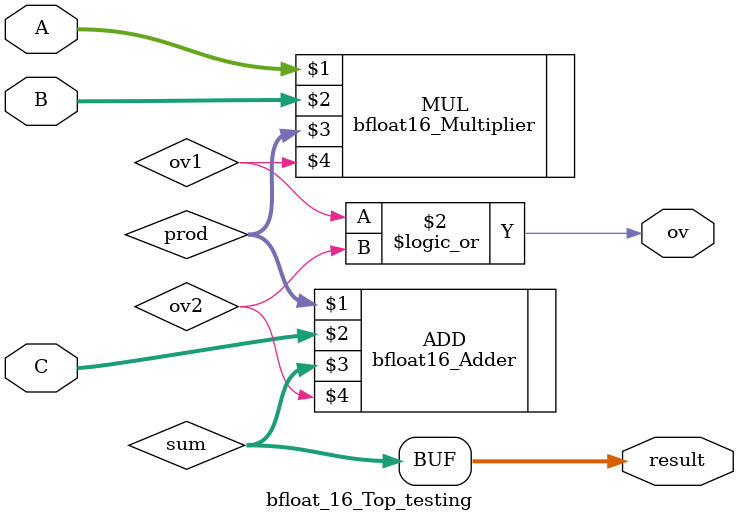
<source format=v>
`timescale 1ns / 1ps


module bfloat_16_Top_testing(
input [15:0]A,B,C,
output reg [15:0]result,
output reg ov
    );
    wire [15:0]prod,sum;
    wire ov1,ov2;
    
    bfloat16_Multiplier MUL(A,B,prod,ov1);
    bfloat16_Adder ADD(prod,C,sum,ov2);
    
    always@(*)
    begin
    result=sum;
    ov=ov1||ov2;
    end
endmodule

</source>
